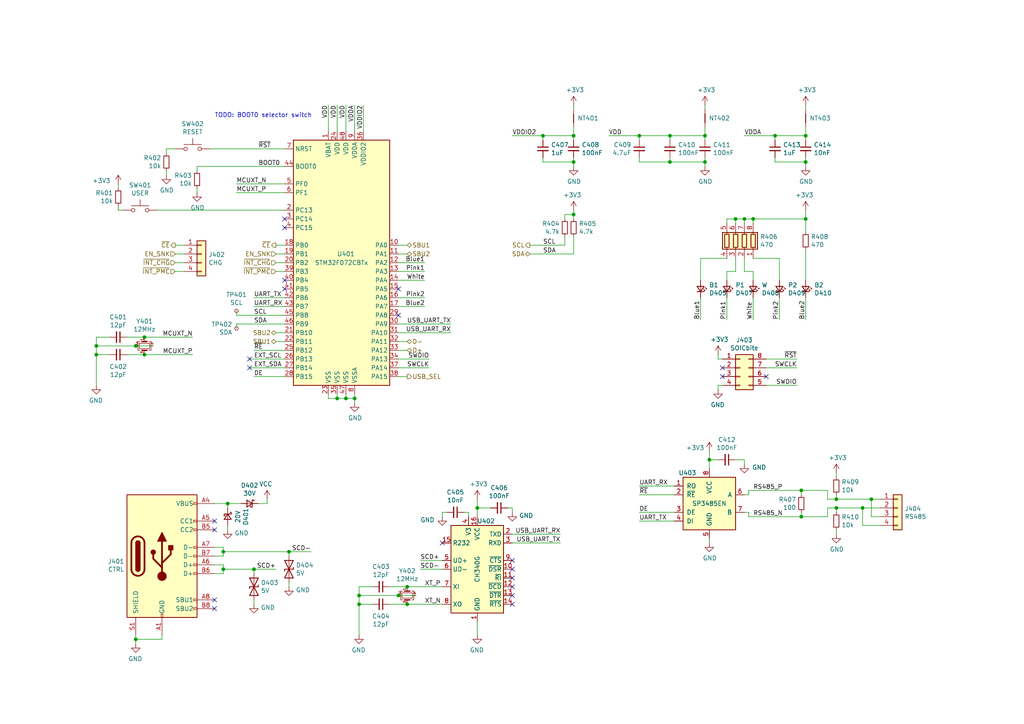
<source format=kicad_sch>
(kicad_sch (version 20230121) (generator eeschema)
  (paper "A4")
  (lib_symbols
    (symbol "Connector:TestPoint_Small" (pin_numbers hide) (pin_names (offset 0.762) hide)
      (property "Reference" "TP" (at 0 3.81 0))
      (property "Value" "TestPoint_Small" (at 0 2.032 0))
      (symbol "TestPoint_Small_1_1"
        (pin passive line (at 0 0 90) (length 0) (name "1") (number "1"))
      )
    )
    (symbol "Connector:USB_C_Receptacle_USB2.0" (pin_names (offset 1.016))
      (property "Reference" "J" (at -10.16 19.05 0))
      (property "Value" "USB_C_Receptacle_USB2.0" (at 19.05 19.05 0))
      (symbol "USB_C_Receptacle_USB2.0_1_1"
        (pin passive line (at 0 -22.86 90) (length 5.08) (name "GND") (number "A1"))
        (pin passive line (at 0 -22.86 90) (length 5.08) hide (name "GND") (number "A12"))
        (pin passive line (at 15.24 15.24 180) (length 5.08) (name "VBUS") (number "A4"))
        (pin bidirectional line (at 15.24 10.16 180) (length 5.08) (name "CC1") (number "A5"))
        (pin bidirectional line (at 15.24 -2.54 180) (length 5.08) (name "D+") (number "A6"))
        (pin bidirectional line (at 15.24 2.54 180) (length 5.08) (name "D-") (number "A7"))
        (pin bidirectional line (at 15.24 -12.7 180) (length 5.08) (name "SBU1") (number "A8"))
        (pin passive line (at 15.24 15.24 180) (length 5.08) hide (name "VBUS") (number "A9"))
        (pin passive line (at 0 -22.86 90) (length 5.08) hide (name "GND") (number "B1"))
        (pin passive line (at 0 -22.86 90) (length 5.08) hide (name "GND") (number "B12"))
        (pin passive line (at 15.24 15.24 180) (length 5.08) hide (name "VBUS") (number "B4"))
        (pin bidirectional line (at 15.24 7.62 180) (length 5.08) (name "CC2") (number "B5"))
        (pin bidirectional line (at 15.24 -5.08 180) (length 5.08) (name "D+") (number "B6"))
        (pin bidirectional line (at 15.24 0 180) (length 5.08) (name "D-") (number "B7"))
        (pin bidirectional line (at 15.24 -15.24 180) (length 5.08) (name "SBU2") (number "B8"))
        (pin passive line (at 15.24 15.24 180) (length 5.08) hide (name "VBUS") (number "B9"))
        (pin passive line (at -7.62 -22.86 90) (length 5.08) (name "SHIELD") (number "S1"))
      )
    )
    (symbol "Connector_Generic:Conn_01x04" (pin_names (offset 1.016) hide)
      (property "Reference" "J" (at 0 5.08 0))
      (property "Value" "Conn_01x04" (at 0 -7.62 0))
      (symbol "Conn_01x04_1_1"
        (pin passive line (at -5.08 2.54 0) (length 3.81) (name "Pin_1") (number "1"))
        (pin passive line (at -5.08 0 0) (length 3.81) (name "Pin_2") (number "2"))
        (pin passive line (at -5.08 -2.54 0) (length 3.81) (name "Pin_3") (number "3"))
        (pin passive line (at -5.08 -5.08 0) (length 3.81) (name "Pin_4") (number "4"))
      )
    )
    (symbol "Connector_Generic:Conn_02x04_Counter_Clockwise" (pin_names (offset 1.016) hide)
      (property "Reference" "J" (at 1.27 5.08 0))
      (property "Value" "Conn_02x04_Counter_Clockwise" (at 1.27 -7.62 0))
      (symbol "Conn_02x04_Counter_Clockwise_1_1"
        (pin passive line (at -5.08 2.54 0) (length 3.81) (name "Pin_1") (number "1"))
        (pin passive line (at -5.08 0 0) (length 3.81) (name "Pin_2") (number "2"))
        (pin passive line (at -5.08 -2.54 0) (length 3.81) (name "Pin_3") (number "3"))
        (pin passive line (at -5.08 -5.08 0) (length 3.81) (name "Pin_4") (number "4"))
        (pin passive line (at 7.62 -5.08 180) (length 3.81) (name "Pin_5") (number "5"))
        (pin passive line (at 7.62 -2.54 180) (length 3.81) (name "Pin_6") (number "6"))
        (pin passive line (at 7.62 0 180) (length 3.81) (name "Pin_7") (number "7"))
        (pin passive line (at 7.62 2.54 180) (length 3.81) (name "Pin_8") (number "8"))
      )
    )
    (symbol "Device:C_Small" (pin_numbers hide) (pin_names (offset 0.254) hide)
      (property "Reference" "C" (at 0.254 1.778 0))
      (property "Value" "C_Small" (at 0.254 -2.032 0))
      (symbol "C_Small_1_1"
        (pin passive line (at 0 2.54 270) (length 2.032) (name "~") (number "1"))
        (pin passive line (at 0 -2.54 90) (length 2.032) (name "~") (number "2"))
      )
    )
    (symbol "Device:Crystal_GND24_Small" (pin_names (offset 1.016) hide)
      (property "Reference" "Y" (at 1.27 4.445 0))
      (property "Value" "Crystal_GND24_Small" (at 1.27 2.54 0))
      (symbol "Crystal_GND24_Small_1_1"
        (pin passive line (at -2.54 0 0) (length 1.27) (name "1") (number "1"))
        (pin passive line (at 0 -2.54 90) (length 0.635) (name "2") (number "2"))
        (pin passive line (at 2.54 0 180) (length 1.27) (name "3") (number "3"))
        (pin passive line (at 0 2.54 270) (length 0.635) (name "4") (number "4"))
      )
    )
    (symbol "Device:D_Schottky_Small" (pin_numbers hide) (pin_names (offset 0.254) hide)
      (property "Reference" "D" (at -1.27 2.032 0))
      (property "Value" "D_Schottky_Small" (at -7.112 -2.032 0))
      (symbol "D_Schottky_Small_1_1"
        (pin passive line (at -2.54 0 0) (length 1.778) (name "K") (number "1"))
        (pin passive line (at 2.54 0 180) (length 1.778) (name "A") (number "2"))
      )
    )
    (symbol "Device:D_TVS" (pin_numbers hide) (pin_names (offset 1.016) hide)
      (property "Reference" "D" (at 0 2.54 0))
      (property "Value" "D_TVS" (at 0 -2.54 0))
      (symbol "D_TVS_1_1"
        (pin passive line (at -3.81 0 0) (length 2.54) (name "A1") (number "1"))
        (pin passive line (at 3.81 0 180) (length 2.54) (name "A2") (number "2"))
      )
    )
    (symbol "Device:LED_Small" (pin_numbers hide) (pin_names (offset 0.254) hide)
      (property "Reference" "D" (at -1.27 3.175 0))
      (property "Value" "LED_Small" (at -4.445 -2.54 0))
      (symbol "LED_Small_1_1"
        (pin passive line (at -2.54 0 0) (length 1.778) (name "K") (number "1"))
        (pin passive line (at 2.54 0 180) (length 1.778) (name "A") (number "2"))
      )
    )
    (symbol "Device:NetTie_2" (pin_numbers hide) (pin_names (offset 0) hide)
      (property "Reference" "NT" (at 0 1.27 0))
      (property "Value" "NetTie_2" (at 0 -1.27 0))
      (symbol "NetTie_2_1_1"
        (pin passive line (at -2.54 0 0) (length 2.54) (name "1") (number "1"))
        (pin passive line (at 2.54 0 180) (length 2.54) (name "2") (number "2"))
      )
    )
    (symbol "Device:R_Pack04" (pin_names (offset 0) hide)
      (property "Reference" "RN" (at -7.62 0 90))
      (property "Value" "R_Pack04" (at 5.08 0 90))
      (symbol "R_Pack04_1_1"
        (pin passive line (at -5.08 -5.08 90) (length 2.54) (name "R1.1") (number "1"))
        (pin passive line (at -2.54 -5.08 90) (length 2.54) (name "R2.1") (number "2"))
        (pin passive line (at 0 -5.08 90) (length 2.54) (name "R3.1") (number "3"))
        (pin passive line (at 2.54 -5.08 90) (length 2.54) (name "R4.1") (number "4"))
        (pin passive line (at 2.54 5.08 270) (length 2.54) (name "R4.2") (number "5"))
        (pin passive line (at 0 5.08 270) (length 2.54) (name "R3.2") (number "6"))
        (pin passive line (at -2.54 5.08 270) (length 2.54) (name "R2.2") (number "7"))
        (pin passive line (at -5.08 5.08 270) (length 2.54) (name "R1.2") (number "8"))
      )
    )
    (symbol "Device:R_Small" (pin_numbers hide) (pin_names (offset 0.254) hide)
      (property "Reference" "R" (at 0.762 0.508 0))
      (property "Value" "R_Small" (at 0.762 -1.016 0))
      (symbol "R_Small_1_1"
        (pin passive line (at 0 2.54 270) (length 0.762) (name "~") (number "1"))
        (pin passive line (at 0 -2.54 90) (length 0.762) (name "~") (number "2"))
      )
    )
    (symbol "Interface_UART:SP3485EN" (pin_names (offset 1.016))
      (property "Reference" "U" (at -7.62 8.89 0))
      (property "Value" "SP3485EN" (at 2.54 8.89 0))
      (symbol "SP3485EN_1_1"
        (pin output line (at -10.16 5.08 0) (length 2.54) (name "RO") (number "1"))
        (pin input line (at -10.16 2.54 0) (length 2.54) (name "~{RE}") (number "2"))
        (pin input line (at -10.16 -2.54 0) (length 2.54) (name "DE") (number "3"))
        (pin input line (at -10.16 -5.08 0) (length 2.54) (name "DI") (number "4"))
        (pin power_in line (at 0 -10.16 90) (length 2.54) (name "GND") (number "5"))
        (pin bidirectional line (at 10.16 2.54 180) (length 2.54) (name "A") (number "6"))
        (pin bidirectional line (at 10.16 -2.54 180) (length 2.54) (name "B") (number "7"))
        (pin power_in line (at 0 10.16 270) (length 2.54) (name "VCC") (number "8"))
      )
    )
    (symbol "Interface_USB:CH340G"
      (property "Reference" "U" (at -5.08 13.97 0))
      (property "Value" "CH340G" (at 1.27 13.97 0))
      (symbol "CH340G_1_1"
        (pin power_in line (at 0 -15.24 90) (length 2.54) (name "GND") (number "1"))
        (pin input line (at 10.16 0 180) (length 2.54) (name "~{DSR}") (number "10"))
        (pin input line (at 10.16 -2.54 180) (length 2.54) (name "~{RI}") (number "11"))
        (pin input line (at 10.16 -5.08 180) (length 2.54) (name "~{DCD}") (number "12"))
        (pin output line (at 10.16 -7.62 180) (length 2.54) (name "~{DTR}") (number "13"))
        (pin output line (at 10.16 -10.16 180) (length 2.54) (name "~{RTS}") (number "14"))
        (pin input line (at -10.16 7.62 0) (length 2.54) (name "R232") (number "15"))
        (pin power_in line (at 0 15.24 270) (length 2.54) (name "VCC") (number "16"))
        (pin output line (at 10.16 10.16 180) (length 2.54) (name "TXD") (number "2"))
        (pin input line (at 10.16 7.62 180) (length 2.54) (name "RXD") (number "3"))
        (pin passive line (at -2.54 15.24 270) (length 2.54) (name "V3") (number "4"))
        (pin bidirectional line (at -10.16 2.54 0) (length 2.54) (name "UD+") (number "5"))
        (pin bidirectional line (at -10.16 0 0) (length 2.54) (name "UD-") (number "6"))
        (pin input line (at -10.16 -5.08 0) (length 2.54) (name "XI") (number "7"))
        (pin output line (at -10.16 -10.16 0) (length 2.54) (name "XO") (number "8"))
        (pin input line (at 10.16 2.54 180) (length 2.54) (name "~{CTS}") (number "9"))
      )
    )
    (symbol "MCU_ST_STM32F0:STM32F072CBTx"
      (property "Reference" "U" (at -15.24 36.83 0))
      (property "Value" "STM32F072CBTx" (at 7.62 36.83 0))
      (symbol "STM32F072CBTx_1_1"
        (pin power_in line (at -5.08 38.1 270) (length 2.54) (name "VBAT") (number "1"))
        (pin bidirectional line (at 15.24 5.08 180) (length 2.54) (name "PA0") (number "10"))
        (pin bidirectional line (at 15.24 2.54 180) (length 2.54) (name "PA1") (number "11"))
        (pin bidirectional line (at 15.24 0 180) (length 2.54) (name "PA2") (number "12"))
        (pin bidirectional line (at 15.24 -2.54 180) (length 2.54) (name "PA3") (number "13"))
        (pin bidirectional line (at 15.24 -5.08 180) (length 2.54) (name "PA4") (number "14"))
        (pin bidirectional line (at 15.24 -7.62 180) (length 2.54) (name "PA5") (number "15"))
        (pin bidirectional line (at 15.24 -10.16 180) (length 2.54) (name "PA6") (number "16"))
        (pin bidirectional line (at 15.24 -12.7 180) (length 2.54) (name "PA7") (number "17"))
        (pin bidirectional line (at -17.78 5.08 0) (length 2.54) (name "PB0") (number "18"))
        (pin bidirectional line (at -17.78 2.54 0) (length 2.54) (name "PB1") (number "19"))
        (pin bidirectional line (at -17.78 15.24 0) (length 2.54) (name "PC13") (number "2"))
        (pin bidirectional line (at -17.78 0 0) (length 2.54) (name "PB2") (number "20"))
        (pin bidirectional line (at -17.78 -20.32 0) (length 2.54) (name "PB10") (number "21"))
        (pin bidirectional line (at -17.78 -22.86 0) (length 2.54) (name "PB11") (number "22"))
        (pin power_in line (at -5.08 -38.1 90) (length 2.54) (name "VSS") (number "23"))
        (pin power_in line (at -2.54 38.1 270) (length 2.54) (name "VDD") (number "24"))
        (pin bidirectional line (at -17.78 -25.4 0) (length 2.54) (name "PB12") (number "25"))
        (pin bidirectional line (at -17.78 -27.94 0) (length 2.54) (name "PB13") (number "26"))
        (pin bidirectional line (at -17.78 -30.48 0) (length 2.54) (name "PB14") (number "27"))
        (pin bidirectional line (at -17.78 -33.02 0) (length 2.54) (name "PB15") (number "28"))
        (pin bidirectional line (at 15.24 -15.24 180) (length 2.54) (name "PA8") (number "29"))
        (pin bidirectional line (at -17.78 12.7 0) (length 2.54) (name "PC14") (number "3"))
        (pin bidirectional line (at 15.24 -17.78 180) (length 2.54) (name "PA9") (number "30"))
        (pin bidirectional line (at 15.24 -20.32 180) (length 2.54) (name "PA10") (number "31"))
        (pin bidirectional line (at 15.24 -22.86 180) (length 2.54) (name "PA11") (number "32"))
        (pin bidirectional line (at 15.24 -25.4 180) (length 2.54) (name "PA12") (number "33"))
        (pin bidirectional line (at 15.24 -27.94 180) (length 2.54) (name "PA13") (number "34"))
        (pin power_in line (at -2.54 -38.1 90) (length 2.54) (name "VSS") (number "35"))
        (pin power_in line (at 5.08 38.1 270) (length 2.54) (name "VDDIO2") (number "36"))
        (pin bidirectional line (at 15.24 -30.48 180) (length 2.54) (name "PA14") (number "37"))
        (pin bidirectional line (at 15.24 -33.02 180) (length 2.54) (name "PA15") (number "38"))
        (pin bidirectional line (at -17.78 -2.54 0) (length 2.54) (name "PB3") (number "39"))
        (pin bidirectional line (at -17.78 10.16 0) (length 2.54) (name "PC15") (number "4"))
        (pin bidirectional line (at -17.78 -5.08 0) (length 2.54) (name "PB4") (number "40"))
        (pin bidirectional line (at -17.78 -7.62 0) (length 2.54) (name "PB5") (number "41"))
        (pin bidirectional line (at -17.78 -10.16 0) (length 2.54) (name "PB6") (number "42"))
        (pin bidirectional line (at -17.78 -12.7 0) (length 2.54) (name "PB7") (number "43"))
        (pin input line (at -17.78 27.94 0) (length 2.54) (name "BOOT0") (number "44"))
        (pin bidirectional line (at -17.78 -15.24 0) (length 2.54) (name "PB8") (number "45"))
        (pin bidirectional line (at -17.78 -17.78 0) (length 2.54) (name "PB9") (number "46"))
        (pin power_in line (at 0 -38.1 90) (length 2.54) (name "VSS") (number "47"))
        (pin power_in line (at 0 38.1 270) (length 2.54) (name "VDD") (number "48"))
        (pin input line (at -17.78 22.86 0) (length 2.54) (name "PF0") (number "5"))
        (pin input line (at -17.78 20.32 0) (length 2.54) (name "PF1") (number "6"))
        (pin input line (at -17.78 33.02 0) (length 2.54) (name "NRST") (number "7"))
        (pin power_in line (at 2.54 -38.1 90) (length 2.54) (name "VSSA") (number "8"))
        (pin power_in line (at 2.54 38.1 270) (length 2.54) (name "VDDA") (number "9"))
      )
    )
    (symbol "Switch:SW_Push" (pin_numbers hide) (pin_names (offset 1.016) hide)
      (property "Reference" "SW" (at 1.27 2.54 0))
      (property "Value" "SW_Push" (at 0 -1.524 0))
      (symbol "SW_Push_0_1"
        (pin passive line (at -5.08 0 0) (length 2.54) (name "1") (number "1"))
        (pin passive line (at 5.08 0 180) (length 2.54) (name "2") (number "2"))
      )
    )
    (symbol "power:+3V3" (power) (pin_names (offset 0))
      (property "Value" "+3V3" (at 0 3.556 0))
      (symbol "+3V3_1_1"
        (pin power_in line (at 0 0 90) (length 0) hide (name "+3V3") (number "1"))
      )
    )
    (symbol "power:GND" (power) (pin_names (offset 0))
      (property "Value" "GND" (at 0 -3.81 0))
      (symbol "GND_1_1"
        (pin power_in line (at 0 0 270) (length 0) hide (name "GND") (number "1"))
      )
    )
    (symbol "power:VCC" (power) (pin_names (offset 0))
      (property "Value" "VCC" (at 0 3.81 0))
      (symbol "VCC_1_1"
        (pin power_in line (at 0 0 90) (length 0) hide (name "VCC") (number "1"))
      )
    )
  )
  (junction (at 205.74 133.35))
  (junction (at 233.68 39.37))
  (junction (at 166.37 39.37))
  (junction (at 242.57 147.32))
  (junction (at 185.42 39.37))
  (junction (at 41.91 102.87))
  (junction (at 66.04 146.05))
  (junction (at 157.48 39.37))
  (junction (at 194.31 46.99))
  (junction (at 194.31 39.37))
  (junction (at 218.44 63.5))
  (junction (at 104.14 172.72))
  (junction (at 118.11 170.18))
  (junction (at 204.47 39.37))
  (junction (at 41.91 97.79))
  (junction (at 213.36 63.5))
  (junction (at 232.41 149.86))
  (junction (at 97.79 115.57))
  (junction (at 39.37 185.42))
  (junction (at 27.94 100.33))
  (junction (at 138.43 147.32))
  (junction (at 104.14 175.26))
  (junction (at 250.19 147.32))
  (junction (at 64.77 160.02))
  (junction (at 118.11 175.26))
  (junction (at 242.57 144.78))
  (junction (at 224.79 39.37))
  (junction (at 166.37 46.99))
  (junction (at 115.57 172.72))
  (junction (at 204.47 46.99))
  (junction (at 27.94 102.87))
  (junction (at 252.73 144.78))
  (junction (at 233.68 63.5))
  (junction (at 102.87 115.57))
  (junction (at 83.82 160.02))
  (junction (at 64.77 165.1))
  (junction (at 166.37 62.23))
  (junction (at 100.33 115.57))
  (junction (at 73.66 165.1))
  (junction (at 215.9 63.5))
  (junction (at 233.68 46.99))
  (junction (at 232.41 142.24))
  (junction (at 39.37 100.33))
  (no_connect (at 72.39 104.14))
  (no_connect (at 62.23 173.99))
  (no_connect (at 62.23 153.67))
  (no_connect (at 82.55 66.04))
  (no_connect (at 148.59 167.64))
  (no_connect (at 82.55 81.28))
  (no_connect (at 148.59 175.26))
  (no_connect (at 82.55 63.5))
  (no_connect (at 72.39 106.68))
  (no_connect (at 128.27 157.48))
  (no_connect (at 209.55 106.68))
  (no_connect (at 209.55 109.22))
  (no_connect (at 148.59 172.72))
  (no_connect (at 222.25 109.22))
  (no_connect (at 82.55 83.82))
  (no_connect (at 115.57 91.44))
  (no_connect (at 148.59 170.18))
  (no_connect (at 62.23 151.13))
  (no_connect (at 62.23 176.53))
  (no_connect (at 115.57 83.82))
  (no_connect (at 148.59 162.56))
  (no_connect (at 148.59 165.1))
  (wire (pts (xy 194.31 46.99) (xy 204.47 46.99)))
  (wire (pts (xy 194.31 45.72) (xy 194.31 46.99)))
  (wire (pts (xy 240.03 147.32) (xy 242.57 147.32)))
  (wire (pts (xy 82.55 55.88) (xy 68.58 55.88)))
  (wire (pts (xy 115.57 86.36) (xy 123.19 86.36)))
  (wire (pts (xy 62.23 163.83) (xy 64.77 163.83)))
  (wire (pts (xy 82.55 96.52) (xy 80.01 96.52)))
  (wire (pts (xy 157.48 39.37) (xy 148.59 39.37)))
  (wire (pts (xy 68.58 93.98) (xy 68.58 95.25)))
  (wire (pts (xy 218.44 63.5) (xy 233.68 63.5)))
  (wire (pts (xy 252.73 149.86) (xy 255.27 149.86)))
  (wire (pts (xy 95.25 115.57) (xy 95.25 114.3)))
  (wire (pts (xy 185.42 45.72) (xy 185.42 46.99)))
  (wire (pts (xy 34.29 53.34) (xy 34.29 54.61)))
  (wire (pts (xy 185.42 151.13) (xy 195.58 151.13)))
  (wire (pts (xy 113.03 170.18) (xy 118.11 170.18)))
  (wire (pts (xy 128.27 149.86) (xy 128.27 148.59)))
  (wire (pts (xy 210.82 86.36) (xy 210.82 92.71)))
  (wire (pts (xy 242.57 143.51) (xy 242.57 144.78)))
  (wire (pts (xy 115.57 78.74) (xy 123.19 78.74)))
  (wire (pts (xy 118.11 73.66) (xy 115.57 73.66)))
  (wire (pts (xy 203.2 74.93) (xy 203.2 81.28)))
  (wire (pts (xy 130.81 93.98) (xy 115.57 93.98)))
  (wire (pts (xy 138.43 147.32) (xy 138.43 149.86)))
  (wire (pts (xy 166.37 73.66) (xy 153.67 73.66)))
  (wire (pts (xy 124.46 106.68) (xy 115.57 106.68)))
  (wire (pts (xy 232.41 149.86) (xy 240.03 149.86)))
  (wire (pts (xy 213.36 133.35) (xy 215.9 133.35)))
  (wire (pts (xy 215.9 133.35) (xy 215.9 134.62)))
  (wire (pts (xy 66.04 146.05) (xy 62.23 146.05)))
  (wire (pts (xy 166.37 46.99) (xy 157.48 46.99)))
  (wire (pts (xy 166.37 45.72) (xy 166.37 46.99)))
  (wire (pts (xy 105.41 30.48) (xy 105.41 38.1)))
  (wire (pts (xy 210.82 78.74) (xy 213.36 78.74)))
  (wire (pts (xy 82.55 86.36) (xy 73.66 86.36)))
  (wire (pts (xy 73.66 165.1) (xy 73.66 166.37)))
  (wire (pts (xy 48.26 50.8) (xy 48.26 49.53)))
  (wire (pts (xy 95.25 30.48) (xy 95.25 38.1)))
  (wire (pts (xy 57.15 48.26) (xy 57.15 49.53)))
  (wire (pts (xy 104.14 172.72) (xy 104.14 175.26)))
  (wire (pts (xy 240.03 142.24) (xy 240.03 144.78)))
  (wire (pts (xy 48.26 44.45) (xy 48.26 43.18)))
  (wire (pts (xy 224.79 39.37) (xy 215.9 39.37)))
  (wire (pts (xy 222.25 111.76) (xy 231.14 111.76)))
  (wire (pts (xy 53.34 71.12) (xy 50.8 71.12)))
  (wire (pts (xy 226.06 74.93) (xy 226.06 81.28)))
  (wire (pts (xy 195.58 140.97) (xy 185.42 140.97)))
  (wire (pts (xy 62.23 158.75) (xy 64.77 158.75)))
  (wire (pts (xy 82.55 99.06) (xy 80.01 99.06)))
  (wire (pts (xy 72.39 106.68) (xy 82.55 106.68)))
  (wire (pts (xy 130.81 96.52) (xy 115.57 96.52)))
  (wire (pts (xy 233.68 63.5) (xy 233.68 67.31)))
  (wire (pts (xy 39.37 186.69) (xy 39.37 185.42)))
  (wire (pts (xy 252.73 144.78) (xy 252.73 149.86)))
  (wire (pts (xy 134.62 148.59) (xy 135.89 148.59)))
  (wire (pts (xy 166.37 30.48) (xy 166.37 31.75)))
  (wire (pts (xy 210.82 63.5) (xy 213.36 63.5)))
  (wire (pts (xy 121.92 165.1) (xy 128.27 165.1)))
  (wire (pts (xy 217.17 142.24) (xy 217.17 143.51)))
  (wire (pts (xy 73.66 165.1) (xy 80.01 165.1)))
  (wire (pts (xy 138.43 180.34) (xy 138.43 184.15)))
  (wire (pts (xy 233.68 46.99) (xy 224.79 46.99)))
  (wire (pts (xy 215.9 63.5) (xy 218.44 63.5)))
  (wire (pts (xy 242.57 137.16) (xy 242.57 138.43)))
  (wire (pts (xy 162.56 154.94) (xy 148.59 154.94)))
  (wire (pts (xy 204.47 39.37) (xy 204.47 36.83)))
  (wire (pts (xy 203.2 86.36) (xy 203.2 92.71)))
  (wire (pts (xy 128.27 148.59) (xy 129.54 148.59)))
  (wire (pts (xy 73.66 165.1) (xy 64.77 165.1)))
  (wire (pts (xy 163.83 71.12) (xy 163.83 68.58)))
  (wire (pts (xy 242.57 148.59) (xy 242.57 147.32)))
  (wire (pts (xy 224.79 46.99) (xy 224.79 45.72)))
  (wire (pts (xy 240.03 149.86) (xy 240.03 147.32)))
  (wire (pts (xy 185.42 39.37) (xy 185.42 40.64)))
  (wire (pts (xy 118.11 71.12) (xy 115.57 71.12)))
  (wire (pts (xy 34.29 59.69) (xy 34.29 60.96)))
  (wire (pts (xy 97.79 115.57) (xy 95.25 115.57)))
  (wire (pts (xy 213.36 64.77) (xy 213.36 63.5)))
  (wire (pts (xy 46.99 185.42) (xy 46.99 184.15)))
  (wire (pts (xy 157.48 39.37) (xy 157.48 40.64)))
  (wire (pts (xy 73.66 88.9) (xy 82.55 88.9)))
  (wire (pts (xy 232.41 143.51) (xy 232.41 142.24)))
  (wire (pts (xy 166.37 40.64) (xy 166.37 39.37)))
  (wire (pts (xy 218.44 86.36) (xy 218.44 92.71)))
  (wire (pts (xy 115.57 104.14) (xy 124.46 104.14)))
  (wire (pts (xy 64.77 166.37) (xy 62.23 166.37)))
  (wire (pts (xy 210.82 64.77) (xy 210.82 63.5)))
  (wire (pts (xy 185.42 148.59) (xy 195.58 148.59)))
  (wire (pts (xy 66.04 153.67) (xy 66.04 152.4)))
  (wire (pts (xy 73.66 109.22) (xy 82.55 109.22)))
  (wire (pts (xy 232.41 142.24) (xy 217.17 142.24)))
  (wire (pts (xy 166.37 62.23) (xy 163.83 62.23)))
  (wire (pts (xy 82.55 60.96) (xy 45.72 60.96)))
  (wire (pts (xy 82.55 78.74) (xy 80.01 78.74)))
  (wire (pts (xy 166.37 36.83) (xy 166.37 39.37)))
  (wire (pts (xy 224.79 39.37) (xy 224.79 40.64)))
  (wire (pts (xy 104.14 175.26) (xy 107.95 175.26)))
  (wire (pts (xy 64.77 165.1) (xy 64.77 166.37)))
  (wire (pts (xy 195.58 143.51) (xy 185.42 143.51)))
  (wire (pts (xy 41.91 102.87) (xy 55.88 102.87)))
  (wire (pts (xy 215.9 78.74) (xy 218.44 78.74)))
  (wire (pts (xy 31.75 97.79) (xy 27.94 97.79)))
  (wire (pts (xy 36.83 102.87) (xy 41.91 102.87)))
  (wire (pts (xy 210.82 81.28) (xy 210.82 78.74)))
  (wire (pts (xy 194.31 39.37) (xy 185.42 39.37)))
  (wire (pts (xy 83.82 160.02) (xy 83.82 161.29)))
  (wire (pts (xy 115.57 172.72) (xy 120.65 172.72)))
  (wire (pts (xy 218.44 81.28) (xy 218.44 78.74)))
  (wire (pts (xy 204.47 39.37) (xy 204.47 40.64)))
  (wire (pts (xy 233.68 46.99) (xy 233.68 48.26)))
  (wire (pts (xy 34.29 60.96) (xy 35.56 60.96)))
  (wire (pts (xy 147.32 147.32) (xy 148.59 147.32)))
  (wire (pts (xy 205.74 130.81) (xy 205.74 133.35)))
  (wire (pts (xy 242.57 154.94) (xy 242.57 153.67)))
  (wire (pts (xy 27.94 102.87) (xy 27.94 111.76)))
  (wire (pts (xy 231.14 104.14) (xy 222.25 104.14)))
  (wire (pts (xy 100.33 30.48) (xy 100.33 38.1)))
  (wire (pts (xy 166.37 62.23) (xy 166.37 60.96)))
  (wire (pts (xy 194.31 40.64) (xy 194.31 39.37)))
  (wire (pts (xy 123.19 81.28) (xy 115.57 81.28)))
  (wire (pts (xy 185.42 39.37) (xy 176.53 39.37)))
  (wire (pts (xy 123.19 76.2) (xy 115.57 76.2)))
  (wire (pts (xy 233.68 45.72) (xy 233.68 46.99)))
  (wire (pts (xy 113.03 175.26) (xy 118.11 175.26)))
  (wire (pts (xy 204.47 46.99) (xy 204.47 48.26)))
  (wire (pts (xy 205.74 133.35) (xy 205.74 135.89)))
  (wire (pts (xy 69.85 146.05) (xy 66.04 146.05)))
  (wire (pts (xy 194.31 39.37) (xy 204.47 39.37)))
  (wire (pts (xy 135.89 148.59) (xy 135.89 149.86)))
  (wire (pts (xy 203.2 74.93) (xy 210.82 74.93)))
  (wire (pts (xy 166.37 62.23) (xy 166.37 63.5)))
  (wire (pts (xy 102.87 115.57) (xy 100.33 115.57)))
  (wire (pts (xy 104.14 170.18) (xy 104.14 172.72)))
  (wire (pts (xy 80.01 76.2) (xy 82.55 76.2)))
  (wire (pts (xy 27.94 100.33) (xy 39.37 100.33)))
  (wire (pts (xy 53.34 78.74) (xy 50.8 78.74)))
  (wire (pts (xy 100.33 115.57) (xy 97.79 115.57)))
  (wire (pts (xy 213.36 63.5) (xy 215.9 63.5)))
  (wire (pts (xy 233.68 30.48) (xy 233.68 31.75)))
  (wire (pts (xy 36.83 97.79) (xy 41.91 97.79)))
  (wire (pts (xy 218.44 64.77) (xy 218.44 63.5)))
  (wire (pts (xy 102.87 115.57) (xy 102.87 114.3)))
  (wire (pts (xy 166.37 68.58) (xy 166.37 73.66)))
  (wire (pts (xy 80.01 71.12) (xy 82.55 71.12)))
  (wire (pts (xy 72.39 104.14) (xy 82.55 104.14)))
  (wire (pts (xy 250.19 147.32) (xy 255.27 147.32)))
  (wire (pts (xy 97.79 114.3) (xy 97.79 115.57)))
  (wire (pts (xy 233.68 36.83) (xy 233.68 39.37)))
  (wire (pts (xy 242.57 144.78) (xy 252.73 144.78)))
  (wire (pts (xy 41.91 97.79) (xy 55.88 97.79)))
  (wire (pts (xy 73.66 175.26) (xy 73.66 173.99)))
  (wire (pts (xy 82.55 73.66) (xy 80.01 73.66)))
  (wire (pts (xy 107.95 170.18) (xy 104.14 170.18)))
  (wire (pts (xy 148.59 157.48) (xy 162.56 157.48)))
  (wire (pts (xy 217.17 149.86) (xy 232.41 149.86)))
  (wire (pts (xy 218.44 74.93) (xy 226.06 74.93)))
  (wire (pts (xy 46.99 185.42) (xy 39.37 185.42)))
  (wire (pts (xy 102.87 116.84) (xy 102.87 115.57)))
  (wire (pts (xy 115.57 101.6) (xy 118.11 101.6)))
  (wire (pts (xy 27.94 102.87) (xy 31.75 102.87)))
  (wire (pts (xy 157.48 46.99) (xy 157.48 45.72)))
  (wire (pts (xy 185.42 46.99) (xy 194.31 46.99)))
  (wire (pts (xy 60.96 43.18) (xy 82.55 43.18)))
  (wire (pts (xy 205.74 156.21) (xy 205.74 157.48)))
  (wire (pts (xy 118.11 99.06) (xy 115.57 99.06)))
  (wire (pts (xy 82.55 101.6) (xy 73.66 101.6)))
  (wire (pts (xy 68.58 91.44) (xy 82.55 91.44)))
  (wire (pts (xy 83.82 160.02) (xy 90.17 160.02)))
  (wire (pts (xy 68.58 91.44) (xy 68.58 90.17)))
  (wire (pts (xy 77.47 144.78) (xy 77.47 146.05)))
  (wire (pts (xy 64.77 160.02) (xy 64.77 161.29)))
  (wire (pts (xy 163.83 62.23) (xy 163.83 63.5)))
  (wire (pts (xy 205.74 133.35) (xy 208.28 133.35)))
  (wire (pts (xy 68.58 53.34) (xy 82.55 53.34)))
  (wire (pts (xy 250.19 147.32) (xy 250.19 152.4)))
  (wire (pts (xy 215.9 64.77) (xy 215.9 63.5)))
  (wire (pts (xy 233.68 60.96) (xy 233.68 63.5)))
  (wire (pts (xy 118.11 170.18) (xy 128.27 170.18)))
  (wire (pts (xy 118.11 109.22) (xy 115.57 109.22)))
  (wire (pts (xy 242.57 147.32) (xy 250.19 147.32)))
  (wire (pts (xy 104.14 172.72) (xy 115.57 172.72)))
  (wire (pts (xy 66.04 147.32) (xy 66.04 146.05)))
  (wire (pts (xy 217.17 149.86) (xy 217.17 148.59)))
  (wire (pts (xy 138.43 144.78) (xy 138.43 147.32)))
  (wire (pts (xy 50.8 76.2) (xy 53.34 76.2)))
  (wire (pts (xy 27.94 100.33) (xy 27.94 102.87)))
  (wire (pts (xy 250.19 152.4) (xy 255.27 152.4)))
  (wire (pts (xy 166.37 39.37) (xy 157.48 39.37)))
  (wire (pts (xy 252.73 144.78) (xy 255.27 144.78)))
  (wire (pts (xy 217.17 148.59) (xy 215.9 148.59)))
  (wire (pts (xy 39.37 100.33) (xy 44.45 100.33)))
  (wire (pts (xy 233.68 81.28) (xy 233.68 72.39)))
  (wire (pts (xy 208.28 111.76) (xy 208.28 113.03)))
  (wire (pts (xy 104.14 175.26) (xy 104.14 184.15)))
  (wire (pts (xy 208.28 102.87) (xy 208.28 104.14)))
  (wire (pts (xy 100.33 114.3) (xy 100.33 115.57)))
  (wire (pts (xy 57.15 55.88) (xy 57.15 54.61)))
  (wire (pts (xy 233.68 86.36) (xy 233.68 92.71)))
  (wire (pts (xy 215.9 74.93) (xy 215.9 78.74)))
  (wire (pts (xy 232.41 142.24) (xy 240.03 142.24)))
  (wire (pts (xy 64.77 158.75) (xy 64.77 160.02)))
  (wire (pts (xy 226.06 86.36) (xy 226.06 92.71)))
  (wire (pts (xy 123.19 88.9) (xy 115.57 88.9)))
  (wire (pts (xy 153.67 71.12) (xy 163.83 71.12)))
  (wire (pts (xy 39.37 185.42) (xy 39.37 184.15)))
  (wire (pts (xy 142.24 147.32) (xy 138.43 147.32)))
  (wire (pts (xy 97.79 30.48) (xy 97.79 38.1)))
  (wire (pts (xy 204.47 45.72) (xy 204.47 46.99)))
  (wire (pts (xy 213.36 78.74) (xy 213.36 74.93)))
  (wire (pts (xy 77.47 146.05) (xy 74.93 146.05)))
  (wire (pts (xy 27.94 97.79) (xy 27.94 100.33)))
  (wire (pts (xy 128.27 162.56) (xy 121.92 162.56)))
  (wire (pts (xy 233.68 40.64) (xy 233.68 39.37)))
  (wire (pts (xy 240.03 144.78) (xy 242.57 144.78)))
  (wire (pts (xy 64.77 163.83) (xy 64.77 165.1)))
  (wire (pts (xy 48.26 43.18) (xy 50.8 43.18)))
  (wire (pts (xy 233.68 39.37) (xy 224.79 39.37)))
  (wire (pts (xy 231.14 106.68) (xy 222.25 106.68)))
  (wire (pts (xy 232.41 149.86) (xy 232.41 148.59)))
  (wire (pts (xy 102.87 30.48) (xy 102.87 38.1)))
  (wire (pts (xy 57.15 48.26) (xy 82.55 48.26)))
  (wire (pts (xy 208.28 104.14) (xy 209.55 104.14)))
  (wire (pts (xy 53.34 73.66) (xy 50.8 73.66)))
  (wire (pts (xy 148.59 147.32) (xy 148.59 148.59)))
  (wire (pts (xy 209.55 111.76) (xy 208.28 111.76)))
  (wire (pts (xy 83.82 160.02) (xy 64.77 160.02)))
  (wire (pts (xy 64.77 161.29) (xy 62.23 161.29)))
  (wire (pts (xy 166.37 46.99) (xy 166.37 48.26)))
  (wire (pts (xy 68.58 93.98) (xy 82.55 93.98)))
  (wire (pts (xy 118.11 175.26) (xy 128.27 175.26)))
  (wire (pts (xy 204.47 31.75) (xy 204.47 30.48)))
  (wire (pts (xy 217.17 143.51) (xy 215.9 143.51)))
  (wire (pts (xy 83.82 170.18) (xy 83.82 168.91)))
  (text "TODO: BOOT0 selector switch" (at 62.23 34.29 0) (effects (font (size 1.27 1.27)) (justify left bottom)))
  (label "SCD-" (at 121.92 165.1 0))
  (label "DE" (at 185.42 148.59 0))
  (label "VDDIO2" (at 105.41 30.48 270))
  (label "Pink1" (at 123.19 78.74 180))
  (label "~{RE}" (at 185.42 143.51 0))
  (label "USB_UART_TX" (at 130.81 93.98 180))
  (label "VDDIO2" (at 148.59 39.37 0))
  (label "SWDIO" (at 231.14 111.76 180))
  (label "SCD-" (at 90.17 160.02 180))
  (label "~{RE}" (at 73.66 101.6 0))
  (label "DE" (at 73.66 109.22 0))
  (label "SWDIO" (at 124.46 104.14 180))
  (label "White" (at 218.44 92.71 90))
  (label "SCD+" (at 80.01 165.1 180))
  (label "~{RST}" (at 231.14 104.14 180))
  (label "VDDA" (at 102.87 30.48 270))
  (label "MCUXT_N" (at 55.88 97.79 180))
  (label "VDD" (at 100.33 30.48 270))
  (label "VDD" (at 95.25 30.48 270))
  (label "Pink2" (at 123.19 86.36 180))
  (label "White" (at 123.19 81.28 180))
  (label "UART_RX" (at 73.66 88.9 0))
  (label "XT_N" (at 123.19 175.26 0))
  (label "USB_UART_RX" (at 162.56 154.94 180))
  (label "USB_UART_RX" (at 130.81 96.52 180))
  (label "MCUXT_N" (at 68.58 53.34 0))
  (label "VDDA" (at 215.9 39.37 0))
  (label "VDD" (at 176.53 39.37 0))
  (label "MCUXT_P" (at 68.58 55.88 0))
  (label "USB_UART_TX" (at 162.56 157.48 180))
  (label "SCL" (at 73.66 91.44 0))
  (label "RS485_N" (at 218.44 149.86 0))
  (label "Blue1" (at 203.2 92.71 90))
  (label "RS485_P" (at 218.44 142.24 0))
  (label "SWCLK" (at 231.14 106.68 180))
  (label "MCUXT_P" (at 55.88 102.87 180))
  (label "SCL" (at 157.48 71.12 0))
  (label "SDA" (at 73.66 93.98 0))
  (label "VDD" (at 97.79 30.48 270))
  (label "XT_P" (at 123.19 170.18 0))
  (label "Blue2" (at 123.19 88.9 180))
  (label "Pink2" (at 226.06 92.71 90))
  (label "EXT_SDA" (at 73.66 106.68 0))
  (label "SCD+" (at 121.92 162.56 0))
  (label "UART_TX" (at 73.66 86.36 0))
  (label "Blue1" (at 123.19 76.2 180))
  (label "BOOT0" (at 74.93 48.26 0))
  (label "SDA" (at 157.48 73.66 0))
  (label "EXT_SCL" (at 73.66 104.14 0))
  (label "Blue2" (at 233.68 92.71 90))
  (label "SWCLK" (at 124.46 106.68 180))
  (label "~{RST}" (at 74.93 43.18 0))
  (label "UART_TX" (at 185.42 151.13 0))
  (label "UART_RX" (at 185.42 140.97 0))
  (label "Pink1" (at 210.82 92.71 90))
  (hierarchical_label "SBU1" (shape bidirectional) (at 80.01 99.06 180))
  (hierarchical_label "D+" (shape bidirectional) (at 118.11 101.6 0))
  (hierarchical_label "EN_SNK" (shape input) (at 50.8 73.66 180))
  (hierarchical_label "SCL" (shape output) (at 153.67 71.12 180))
  (hierarchical_label "D-" (shape bidirectional) (at 118.11 99.06 0))
  (hierarchical_label "~{CE}" (shape output) (at 50.8 71.12 180))
  (hierarchical_label "~{INT_CHG}" (shape input) (at 50.8 76.2 180))
  (hierarchical_label "~{INT_CHG}" (shape input) (at 80.01 76.2 180))
  (hierarchical_label "SBU2" (shape bidirectional) (at 80.01 96.52 180))
  (hierarchical_label "~{INT_PMC}" (shape input) (at 50.8 78.74 180))
  (hierarchical_label "USB_SEL" (shape output) (at 118.11 109.22 0))
  (hierarchical_label "EN_SNK" (shape input) (at 80.01 73.66 180))
  (hierarchical_label "SDA" (shape bidirectional) (at 153.67 73.66 180))
  (hierarchical_label "~{CE}" (shape output) (at 80.01 71.12 180))
  (hierarchical_label "~{INT_PMC}" (shape input) (at 80.01 78.74 180))
  (hierarchical_label "SBU2" (shape bidirectional) (at 118.11 73.66 0))
  (hierarchical_label "SBU1" (shape bidirectional) (at 118.11 71.12 0))
  (symbol (lib_id "Device:D_TVS") (at 83.82 165.1 90) (mirror x) (unit 1)
    (property "Reference" "D404" (at 85.8266 163.9316 90) (effects (justify right)))
    (property "Value" "5V" (at 85.8266 166.243 90) (effects (justify right)))
    (property "Footprint" "Diode_SMD:D_SOD-523" (effects hide))
    (property "Datasheet" "https://datasheet.lcsc.com/szlcsc/ON-Semicon-ON-ESD5Z3-3T1G_C61148.pdf" (effects hide))
    (property "JLC" "SOD-523" (effects hide))
    (property "LCSC" "C61148" (effects hide))
    (property "MPN" "ESD5Z3.3T1G" (effects hide))
  )
  (symbol (lib_id "Device:R_Small") (at 242.57 140.97 0) (mirror y) (unit 1)
    (property "Reference" "R409" (at 244.0686 139.8016 0) (effects (justify right)))
    (property "Value" "10k" (at 244.0686 142.113 0) (effects (justify right)))
    (property "Footprint" "Resistor_SMD:R_0603_1608Metric" (effects hide))
    (property "JLC" "0603" (effects hide))
    (property "LCSC" "C25804" (effects hide))
  )
  (symbol (lib_id "power:GND") (at 83.82 170.18 0) (mirror y) (unit 1)
    (property "Reference" "#PWR0409" (effects hide))
    (property "Value" "GND" (at 85.8012 171.1198 0) (effects (justify right)))
  )
  (symbol (lib_id "power:GND") (at 73.66 175.26 0) (mirror y) (unit 1)
    (property "Reference" "#PWR0407" (effects hide))
    (property "Value" "GND" (at 75.6412 176.1998 0) (effects (justify right)))
  )
  (symbol (lib_id "power:+3V3") (at 242.57 137.16 0) (unit 1)
    (property "Reference" "#PWR0429" (effects hide))
    (property "Value" "+3V3" (at 242.951 132.7658 0))
  )
  (symbol (lib_id "Device:LED_Small") (at 226.06 83.82 270) (mirror x) (unit 1)
    (property "Reference" "D409" (at 228.5492 84.9884 90) (effects (justify left)))
    (property "Value" "P2" (at 228.5492 82.677 90) (effects (justify left)))
    (property "Footprint" "LED_SMD:LED_0603_1608Metric_Castellated" (effects hide))
    (property "Datasheet" "http://www.optosupply.com/uppic/2020612269254.pdf" (effects hide))
    (property "MPN" "OSK40603C1E" (effects hide))
  )
  (symbol (lib_id "Device:LED_Small") (at 233.68 83.82 270) (mirror x) (unit 1)
    (property "Reference" "D410" (at 236.1692 84.9884 90) (effects (justify left)))
    (property "Value" "B2" (at 236.1692 82.677 90) (effects (justify left)))
    (property "Footprint" "LED_SMD:LED_0603_1608Metric_Castellated" (effects hide))
    (property "Datasheet" "http://www.optosupply.com/uppic/2020612869451.pdf" (effects hide))
    (property "MPN" "OSB60603C1E" (effects hide))
  )
  (symbol (lib_id "power:+3V3") (at 205.74 130.81 0) (unit 1)
    (property "Reference" "#PWR0422" (effects hide))
    (property "Value" "+3V3" (at 204.2668 129.8702 0) (effects (justify right)))
  )
  (symbol (lib_id "power:GND") (at 215.9 134.62 0) (unit 1)
    (property "Reference" "#PWR0425" (effects hide))
    (property "Value" "GND" (at 218.1352 135.5598 0) (effects (justify left)))
  )
  (symbol (lib_id "Device:R_Small") (at 242.57 151.13 0) (mirror y) (unit 1)
    (property "Reference" "R410" (at 244.0686 149.9616 0) (effects (justify right)))
    (property "Value" "10k" (at 244.0686 152.273 0) (effects (justify right)))
    (property "Footprint" "Resistor_SMD:R_0603_1608Metric" (effects hide))
    (property "JLC" "0603" (effects hide))
    (property "LCSC" "C25804" (effects hide))
  )
  (symbol (lib_id "power:GND") (at 242.57 154.94 0) (unit 1)
    (property "Reference" "#PWR0430" (effects hide))
    (property "Value" "GND" (at 242.697 159.3342 0))
  )
  (symbol (lib_id "power:GND") (at 205.74 157.48 0) (unit 1)
    (property "Reference" "#PWR0423" (effects hide))
    (property "Value" "GND" (at 205.867 161.8742 0))
  )
  (symbol (lib_id "MCU_ST_STM32F0:STM32F072CBTx") (at 100.33 76.2 0) (unit 1)
    (property "Reference" "U401" (at 100.33 73.66 0))
    (property "Value" "STM32F072CBTx" (at 99.06 76.2 0))
    (property "Footprint" "Package_QFP:LQFP-48_7x7mm_P0.5mm" (effects hide))
    (property "Datasheet" "http://www.st.com/st-web-ui/static/active/en/resource/technical/document/datasheet/DM00090510.pdf" (effects hide))
    (property "JLC" "LQFP-48_7.0x7.0x0.5P" (effects hide))
    (property "LCSC" "C80488" (effects hide))
    (property "MPN" "STM32F072C8T6" (effects hide))
  )
  (symbol (lib_id "Device:C_Small") (at 157.48 43.18 0) (unit 1)
    (property "Reference" "C407" (at 159.8168 42.0116 0) (effects (justify left)))
    (property "Value" "1uF" (at 159.8168 44.323 0) (effects (justify left)))
    (property "Footprint" "Capacitor_SMD:C_0402_1005Metric" (effects hide))
    (property "LCSC" "C52923" (effects hide))
    (property "JLC" "0402" (effects hide))
  )
  (symbol (lib_id "power:+3V3") (at 166.37 30.48 0) (unit 1)
    (property "Reference" "#PWR0416" (effects hide))
    (property "Value" "+3V3" (at 166.751 26.0858 0))
  )
  (symbol (lib_id "Device:C_Small") (at 166.37 43.18 0) (unit 1)
    (property "Reference" "C408" (at 168.7068 42.0116 0) (effects (justify left)))
    (property "Value" "100nF" (at 168.7068 44.323 0) (effects (justify left)))
    (property "Footprint" "Capacitor_SMD:C_0402_1005Metric" (effects hide))
    (property "JLC" "0402" (effects hide))
    (property "LCSC" "C1525" (effects hide))
    (property "MPN" "CL05B104KO5NNNC" (effects hide))
  )
  (symbol (lib_id "Connector_Generic:Conn_01x04") (at 260.35 147.32 0) (unit 1)
    (property "Reference" "J404" (at 262.382 147.5232 0) (effects (justify left)))
    (property "Value" "RS485" (at 262.382 149.8346 0) (effects (justify left)))
    (property "Footprint" "Connector_PinHeader_2.54mm:PinHeader_1x04_P2.54mm_Vertical" (effects hide))
  )
  (symbol (lib_id "power:GND") (at 166.37 48.26 0) (unit 1)
    (property "Reference" "#PWR0417" (effects hide))
    (property "Value" "GND" (at 166.497 52.6542 0))
  )
  (symbol (lib_id "Device:C_Small") (at 185.42 43.18 0) (unit 1)
    (property "Reference" "C409" (at 183.1086 42.0116 0) (effects (justify right)))
    (property "Value" "4.7uF" (at 183.1086 44.323 0) (effects (justify right)))
    (property "Footprint" "Capacitor_SMD:C_0603_1608Metric" (effects hide))
    (property "JLC" "0603" (effects hide))
    (property "LCSC" "C19666" (effects hide))
    (property "MPN" "CL10A475KO8NNNC" (effects hide))
  )
  (symbol (lib_id "power:+3V3") (at 204.47 30.48 0) (unit 1)
    (property "Reference" "#PWR0420" (effects hide))
    (property "Value" "+3V3" (at 204.851 26.0858 0))
  )
  (symbol (lib_id "power:GND") (at 204.47 48.26 0) (unit 1)
    (property "Reference" "#PWR0421" (effects hide))
    (property "Value" "GND" (at 204.597 52.6542 0))
  )
  (symbol (lib_id "power:+3V3") (at 233.68 30.48 0) (unit 1)
    (property "Reference" "#PWR0426" (effects hide))
    (property "Value" "+3V3" (at 234.061 26.0858 0))
  )
  (symbol (lib_id "Device:C_Small") (at 233.68 43.18 0) (unit 1)
    (property "Reference" "C414" (at 236.0168 42.0116 0) (effects (justify left)))
    (property "Value" "10nF" (at 236.0168 44.323 0) (effects (justify left)))
    (property "Footprint" "Capacitor_SMD:C_0402_1005Metric" (effects hide))
    (property "LCSC" "C15195" (effects hide))
    (property "JLC" "0402" (effects hide))
  )
  (symbol (lib_id "power:GND") (at 233.68 48.26 0) (unit 1)
    (property "Reference" "#PWR0427" (effects hide))
    (property "Value" "GND" (at 233.807 52.6542 0))
  )
  (symbol (lib_id "power:GND") (at 102.87 116.84 0) (unit 1)
    (property "Reference" "#PWR0410" (effects hide))
    (property "Value" "GND" (at 102.997 121.2342 0))
  )
  (symbol (lib_id "Device:R_Small") (at 163.83 66.04 0) (mirror y) (unit 1)
    (property "Reference" "R404" (at 162.3314 64.8716 0) (effects (justify left)))
    (property "Value" "4.7k" (at 162.3314 67.183 0) (effects (justify left)))
    (property "Footprint" "Resistor_SMD:R_0603_1608Metric" (effects hide))
    (property "JLC" "0603" (effects hide))
    (property "LCSC" "C23162" (effects hide))
  )
  (symbol (lib_id "Device:R_Small") (at 166.37 66.04 0) (mirror y) (unit 1)
    (property "Reference" "R405" (at 167.8686 64.8716 0) (effects (justify right)))
    (property "Value" "4.7k" (at 167.8686 67.183 0) (effects (justify right)))
    (property "Footprint" "Resistor_SMD:R_0603_1608Metric" (effects hide))
    (property "JLC" "0603" (effects hide))
    (property "LCSC" "C23162" (effects hide))
  )
  (symbol (lib_id "power:+3V3") (at 166.37 60.96 0) (mirror y) (unit 1)
    (property "Reference" "#PWR0418" (effects hide))
    (property "Value" "+3V3" (at 165.989 56.5658 0))
  )
  (symbol (lib_id "Device:D_TVS") (at 73.66 170.18 90) (mirror x) (unit 1)
    (property "Reference" "D403" (at 75.6666 169.0116 90) (effects (justify right)))
    (property "Value" "5V" (at 75.6666 171.323 90) (effects (justify right)))
    (property "Footprint" "Diode_SMD:D_SOD-523" (effects hide))
    (property "Datasheet" "https://datasheet.lcsc.com/szlcsc/ON-Semicon-ON-ESD5Z3-3T1G_C61148.pdf" (effects hide))
    (property "JLC" "SOD-523" (effects hide))
    (property "LCSC" "C61148" (effects hide))
    (property "MPN" "ESD5Z3.3T1G" (effects hide))
  )
  (symbol (lib_id "power:GND") (at 104.14 184.15 0) (mirror y) (unit 1)
    (property "Reference" "#PWR0411" (effects hide))
    (property "Value" "GND" (at 104.013 188.5442 0))
  )
  (symbol (lib_id "Connector:USB_C_Receptacle_USB2.0") (at 46.99 161.29 0) (unit 1)
    (property "Reference" "J401" (at 36.068 162.8394 0) (effects (justify right)))
    (property "Value" "CTRL" (at 36.068 165.1508 0) (effects (justify right)))
    (property "Footprint" "Automated:USB_C_Receptacle_XKB_U262-16XN-4BVC11" (effects hide))
    (property "Datasheet" "https://www.usb.org/sites/default/files/documents/usb_type-c.zip" (effects hide))
  )
  (symbol (lib_id "power:GND") (at 39.37 186.69 0) (mirror y) (unit 1)
    (property "Reference" "#PWR0403" (effects hide))
    (property "Value" "GND" (at 39.243 191.0842 0))
  )
  (symbol (lib_id "Device:R_Small") (at 232.41 146.05 0) (mirror y) (unit 1)
    (property "Reference" "R407" (at 230.9368 144.8816 0) (effects (justify left)))
    (property "Value" "100" (at 230.9368 147.193 0) (effects (justify left)))
    (property "Footprint" "Resistor_SMD:R_0603_1608Metric" (effects hide))
    (property "Datasheet" "https://datasheet.lcsc.com/szlcsc/Uniroyal-Elec-0603WAF1000T5E_C22775.pdf" (effects hide))
    (property "JLC" "0603" (effects hide))
    (property "LCSC" "C22775" (effects hide))
    (property "MPN" "0603WAF1000T5E" (effects hide))
  )
  (symbol (lib_id "Connector_Generic:Conn_02x04_Counter_Clockwise") (at 214.63 106.68 0) (unit 1)
    (property "Reference" "J403" (at 215.9 98.6282 0))
    (property "Value" "SOICbite" (at 215.9 100.9396 0))
    (property "Footprint" "ferret:SOIC_clipProgSmall" (effects hide))
  )
  (symbol (lib_id "Device:R_Small") (at 57.15 52.07 0) (mirror y) (unit 1)
    (property "Reference" "R403" (at 55.6514 50.9016 0) (effects (justify left)))
    (property "Value" "10k" (at 55.6514 53.213 0) (effects (justify left)))
    (property "Footprint" "Resistor_SMD:R_0603_1608Metric" (effects hide))
    (property "JLC" "0603" (effects hide))
    (property "LCSC" "C25804" (effects hide))
  )
  (symbol (lib_id "power:GND") (at 57.15 55.88 0) (unit 1)
    (property "Reference" "#PWR0405" (effects hide))
    (property "Value" "GND" (at 57.277 60.2742 0))
  )
  (symbol (lib_id "Device:LED_Small") (at 203.2 83.82 270) (mirror x) (unit 1)
    (property "Reference" "D405" (at 205.6892 84.9884 90) (effects (justify left)))
    (property "Value" "B1" (at 205.6892 82.677 90) (effects (justify left)))
    (property "Footprint" "LED_SMD:LED_0603_1608Metric_Castellated" (effects hide))
    (property "Datasheet" "http://www.optosupply.com/uppic/2020612869451.pdf" (effects hide))
    (property "MPN" "OSB60603C1E" (effects hide))
  )
  (symbol (lib_id "Device:LED_Small") (at 210.82 83.82 270) (mirror x) (unit 1)
    (property "Reference" "D407" (at 213.3092 84.9884 90) (effects (justify left)))
    (property "Value" "P1" (at 213.3092 82.677 90) (effects (justify left)))
    (property "Footprint" "LED_SMD:LED_0603_1608Metric_Castellated" (effects hide))
    (property "Datasheet" "http://www.optosupply.com/uppic/2020612269254.pdf" (effects hide))
    (property "MPN" "OSK40603C1E" (effects hide))
  )
  (symbol (lib_id "Device:LED_Small") (at 218.44 83.82 270) (mirror x) (unit 1)
    (property "Reference" "D408" (at 220.9292 84.9884 90) (effects (justify left)))
    (property "Value" "W" (at 220.9292 82.677 90) (effects (justify left)))
    (property "Footprint" "LED_SMD:LED_0603_1608Metric_Castellated" (effects hide))
    (property "Datasheet" "http://www.optosupply.com/uppic/2020612946644.pdf" (effects hide))
    (property "MPN" "OSW50603C1E" (effects hide))
  )
  (symbol (lib_id "power:+3V3") (at 233.68 60.96 0) (mirror y) (unit 1)
    (property "Reference" "#PWR0428" (effects hide))
    (property "Value" "+3V3" (at 233.299 56.5658 0))
  )
  (symbol (lib_id "Device:C_Small") (at 194.31 43.18 0) (unit 1)
    (property "Reference" "C410" (at 196.6468 42.0116 0) (effects (justify left)))
    (property "Value" "100nF" (at 196.6468 44.323 0) (effects (justify left)))
    (property "Footprint" "Capacitor_SMD:C_0402_1005Metric" (effects hide))
    (property "JLC" "0402" (effects hide))
    (property "LCSC" "C1525" (effects hide))
    (property "MPN" "CL05B104KO5NNNC" (effects hide))
  )
  (symbol (lib_id "Device:C_Small") (at 204.47 43.18 0) (unit 1)
    (property "Reference" "C411" (at 206.8068 42.0116 0) (effects (justify left)))
    (property "Value" "100nF" (at 206.8068 44.323 0) (effects (justify left)))
    (property "Footprint" "Capacitor_SMD:C_0402_1005Metric" (effects hide))
    (property "JLC" "0402" (effects hide))
    (property "LCSC" "C1525" (effects hide))
    (property "MPN" "CL05B104KO5NNNC" (effects hide))
  )
  (symbol (lib_id "Device:C_Small") (at 224.79 43.18 0) (unit 1)
    (property "Reference" "C413" (at 227.1268 42.0116 0) (effects (justify left)))
    (property "Value" "1uF" (at 227.1268 44.323 0) (effects (justify left)))
    (property "Footprint" "Capacitor_SMD:C_0402_1005Metric" (effects hide))
    (property "LCSC" "C52923" (effects hide))
    (property "JLC" "0402" (effects hide))
  )
  (symbol (lib_id "Device:C_Small") (at 210.82 133.35 270) (unit 1)
    (property "Reference" "C412" (at 210.82 127.5334 90))
    (property "Value" "100nF" (at 210.82 129.8448 90))
    (property "Footprint" "Capacitor_SMD:C_0402_1005Metric" (effects hide))
    (property "JLC" "0402" (effects hide))
    (property "LCSC" "C1525" (effects hide))
    (property "MPN" "CL05B104KO5NNNC" (effects hide))
  )
  (symbol (lib_id "Device:C_Small") (at 144.78 147.32 270) (unit 1)
    (property "Reference" "C406" (at 144.78 141.5034 90))
    (property "Value" "100nF" (at 144.78 143.8148 90))
    (property "Footprint" "Capacitor_SMD:C_0402_1005Metric" (effects hide))
    (property "JLC" "0402" (effects hide))
    (property "LCSC" "C1525" (effects hide))
    (property "MPN" "CL05B104KO5NNNC" (effects hide))
  )
  (symbol (lib_id "Device:C_Small") (at 132.08 148.59 270) (unit 1)
    (property "Reference" "C405" (at 132.08 142.7734 90))
    (property "Value" "10nF" (at 132.08 145.0848 90))
    (property "Footprint" "Capacitor_SMD:C_0402_1005Metric" (effects hide))
    (property "LCSC" "C15195" (effects hide))
    (property "JLC" "0402" (effects hide))
  )
  (symbol (lib_id "power:GND") (at 128.27 149.86 0) (mirror y) (unit 1)
    (property "Reference" "#PWR0412" (effects hide))
    (property "Value" "GND" (at 126.0348 150.7998 0) (effects (justify left)))
  )
  (symbol (lib_id "Device:R_Small") (at 233.68 69.85 0) (mirror y) (unit 1)
    (property "Reference" "R408" (at 235.1786 68.6816 0) (effects (justify right)))
    (property "Value" "470" (at 235.1786 70.993 0) (effects (justify right)))
    (property "Footprint" "Resistor_SMD:R_0603_1608Metric" (effects hide))
    (property "Datasheet" "https://datasheet.lcsc.com/szlcsc/Uniroyal-Elec-0603WAF1000T5E_C22775.pdf" (effects hide))
    (property "JLC" "0603" (effects hide))
    (property "LCSC" "C23179" (effects hide))
  )
  (symbol (lib_id "power:+3V3") (at 138.43 144.78 0) (unit 1)
    (property "Reference" "#PWR0413" (effects hide))
    (property "Value" "+3V3" (at 138.811 140.3858 0))
  )
  (symbol (lib_id "power:GND") (at 148.59 148.59 0) (mirror y) (unit 1)
    (property "Reference" "#PWR0415" (effects hide))
    (property "Value" "GND" (at 150.5712 149.5298 0) (effects (justify right)))
  )
  (symbol (lib_id "Device:NetTie_2") (at 233.68 34.29 270) (unit 1)
    (property "Reference" "NT403" (at 234.7976 34.29 90) (effects (justify left)))
    (property "Value" "VDDA" (effects hide))
    (property "Footprint" "NetTie:NetTie-2_SMD_Pad0.5mm" (effects hide))
    (property "MPN" "DNP" (effects hide))
  )
  (symbol (lib_id "Device:C_Small") (at 110.49 175.26 270) (unit 1)
    (property "Reference" "C404" (at 110.49 178.7398 90))
    (property "Value" "12pF" (at 110.49 181.0512 90))
    (property "Footprint" "Capacitor_SMD:C_0402_1005Metric" (effects hide))
    (property "LCSC" "C1547" (effects hide))
    (property "MPN" "0402CG120J500NT" (effects hide))
    (property "JLC" "0402" (effects hide))
  )
  (symbol (lib_id "Device:NetTie_2") (at 204.47 34.29 270) (unit 1)
    (property "Reference" "NT402" (at 205.5876 34.29 90) (effects (justify left)))
    (property "Value" "VDD" (effects hide))
    (property "Footprint" "NetTie:NetTie-2_SMD_Pad0.5mm" (effects hide))
    (property "MPN" "DNP" (effects hide))
  )
  (symbol (lib_id "Device:NetTie_2") (at 166.37 34.29 270) (unit 1)
    (property "Reference" "NT401" (at 167.4876 34.29 90) (effects (justify left)))
    (property "Value" "VDDIO2" (effects hide))
    (property "Footprint" "NetTie:NetTie-2_SMD_Pad0.5mm" (effects hide))
    (property "MPN" "DNP" (effects hide))
  )
  (symbol (lib_id "Switch:SW_Push") (at 40.64 60.96 0) (unit 1)
    (property "Reference" "SW401" (at 40.64 53.721 0))
    (property "Value" "USER" (at 40.64 56.0324 0))
    (property "Footprint" "Automated:SW_SPST_PTS636_G" (effects hide))
  )
  (symbol (lib_id "power:+3V3") (at 34.29 53.34 0) (mirror y) (unit 1)
    (property "Reference" "#PWR0402" (effects hide))
    (property "Value" "+3V3" (at 32.0548 52.4002 0) (effects (justify left)))
  )
  (symbol (lib_id "Switch:SW_Push") (at 55.88 43.18 0) (unit 1)
    (property "Reference" "SW402" (at 55.88 35.941 0))
    (property "Value" "RESET" (at 55.88 38.2524 0))
    (property "Footprint" "Automated:SW_SPST_PTS636_G" (effects hide))
  )
  (symbol (lib_id "Device:R_Small") (at 48.26 46.99 0) (mirror y) (unit 1)
    (property "Reference" "R402" (at 46.7614 45.8216 0) (effects (justify left)))
    (property "Value" "10k" (at 46.7614 48.133 0) (effects (justify left)))
    (property "Footprint" "Resistor_SMD:R_0603_1608Metric" (effects hide))
    (property "JLC" "0603" (effects hide))
    (property "LCSC" "C25804" (effects hide))
  )
  (symbol (lib_id "power:GND") (at 48.26 50.8 0) (unit 1)
    (property "Reference" "#PWR0404" (effects hide))
    (property "Value" "GND" (at 48.387 55.1942 0))
  )
  (symbol (lib_id "Device:R_Small") (at 34.29 57.15 0) (mirror y) (unit 1)
    (property "Reference" "R401" (at 32.7914 55.9816 0) (effects (justify left)))
    (property "Value" "10k" (at 32.7914 58.293 0) (effects (justify left)))
    (property "Footprint" "Resistor_SMD:R_0603_1608Metric" (effects hide))
    (property "JLC" "0603" (effects hide))
    (property "LCSC" "C25804" (effects hide))
  )
  (symbol (lib_id "power:GND") (at 208.28 113.03 0) (mirror y) (unit 1)
    (property "Reference" "#PWR0424" (effects hide))
    (property "Value" "GND" (at 208.153 117.4242 0))
  )
  (symbol (lib_id "power:+3V3") (at 208.28 102.87 0) (unit 1)
    (property "Reference" "#PWR0419" (effects hide))
    (property "Value" "+3V3" (at 208.661 98.4758 0))
  )
  (symbol (lib_id "Device:D_Schottky_Small") (at 66.04 149.86 270) (unit 1)
    (property "Reference" "D401" (at 71.2978 149.86 0))
    (property "Value" "20V" (at 68.9864 149.86 0))
    (property "Footprint" "Diode_SMD:D_SOD-123" (effects hide))
    (property "MPN" "B5819W" (effects hide))
    (property "LCSC" "C8598" (effects hide))
    (property "JLC" "SOD-123" (effects hide))
  )
  (symbol (lib_id "Device:C_Small") (at 34.29 97.79 270) (unit 1)
    (property "Reference" "C401" (at 34.29 91.9734 90))
    (property "Value" "12pF" (at 34.29 94.2848 90))
    (property "Footprint" "Capacitor_SMD:C_0402_1005Metric" (effects hide))
    (property "LCSC" "C1547" (effects hide))
    (property "MPN" "0402CG120J500NT" (effects hide))
    (property "JLC" "0402" (effects hide))
  )
  (symbol (lib_id "Device:Crystal_GND24_Small") (at 41.91 100.33 270) (unit 1)
    (property "Reference" "Y401" (at 41.91 93.1926 90))
    (property "Value" "12MHz" (at 41.91 95.504 90))
    (property "Footprint" "Crystal:Crystal_SMD_3225-4Pin_3.2x2.5mm" (effects hide))
    (property "MPN" "X322512MSB4SI" (effects hide))
    (property "JLC" "SMD-3225_4P" (effects hide))
    (property "LCSC" "C9002" (effects hide))
  )
  (symbol (lib_id "power:GND") (at 27.94 111.76 0) (mirror y) (unit 1)
    (property "Reference" "#PWR0401" (effects hide))
    (property "Value" "GND" (at 27.813 116.1542 0))
  )
  (symbol (lib_id "Device:C_Small") (at 34.29 102.87 270) (unit 1)
    (property "Reference" "C402" (at 34.29 106.3498 90))
    (property "Value" "12pF" (at 34.29 108.6612 90))
    (property "Footprint" "Capacitor_SMD:C_0402_1005Metric" (effects hide))
    (property "LCSC" "C1547" (effects hide))
    (property "MPN" "0402CG120J500NT" (effects hide))
    (property "JLC" "0402" (effects hide))
  )
  (symbol (lib_id "power:VCC") (at 77.47 144.78 0) (mirror y) (unit 1)
    (property "Reference" "#PWR0408" (effects hide))
    (property "Value" "VCC" (at 77.089 140.3858 0))
  )
  (symbol (lib_id "Device:D_Schottky_Small") (at 72.39 146.05 0) (mirror y) (unit 1)
    (property "Reference" "D402" (at 72.39 140.7922 0))
    (property "Value" "30V" (at 72.39 143.1036 0))
    (property "Footprint" "Diode_SMD:D_SOD-123" (effects hide))
    (property "LCSC" "C8598" (effects hide))
    (property "MPN" "B5819W" (effects hide))
    (property "JLC" "SOD-123" (effects hide))
  )
  (symbol (lib_id "power:GND") (at 66.04 153.67 0) (mirror y) (unit 1)
    (property "Reference" "#PWR0406" (effects hide))
    (property "Value" "GND" (at 68.0212 154.6098 0) (effects (justify right)))
  )
  (symbol (lib_id "Interface_UART:SP3485EN") (at 205.74 146.05 0) (unit 1)
    (property "Reference" "U403" (at 199.39 137.16 0))
    (property "Value" "SP3485EN" (at 205.74 146.05 0))
    (property "Footprint" "Package_SO:SOIC-8_3.9x4.9mm_P1.27mm" (effects hide))
    (property "Datasheet" "http://www.icbase.com/pdf/SPX/SPX00480106.pdf" (effects hide))
    (property "JLC" "SOIC-8_3.9x4.9x1.27P" (effects hide))
    (property "LCSC" "C8963" (effects hide))
    (property "MPN" "SP3485EN-L/TR" (effects hide))
  )
  (symbol (lib_id "Interface_USB:CH340G") (at 138.43 165.1 0) (unit 1)
    (property "Reference" "U402" (at 140.97 151.13 0))
    (property "Value" "CH340G" (at 138.43 165.1 90))
    (property "Footprint" "Package_SO:SOIC-16_3.9x9.9mm_P1.27mm" (effects hide))
    (property "Datasheet" "https://datasheet.lcsc.com/szlcsc/Jiangsu-Qin-Heng-CH340G_C14267.pdf" (effects hide))
    (property "JLC" "SOIC-16_3.9x9.9x1.27P" (effects hide))
    (property "LCSC" "C14267" (effects hide))
    (property "MPN" "CH340G" (effects hide))
  )
  (symbol (lib_id "Connector:TestPoint_Small") (at 68.58 90.17 0) (unit 1)
    (property "Reference" "TP401" (at 68.58 85.471 0))
    (property "Value" "SCL" (at 68.58 87.7824 0))
    (property "Footprint" "TestPoint:TestPoint_THTPad_D2.0mm_Drill1.0mm" (effects hide))
  )
  (symbol (lib_id "power:GND") (at 138.43 184.15 0) (mirror y) (unit 1)
    (property "Reference" "#PWR0414" (effects hide))
    (property "Value" "GND" (at 138.303 188.5442 0))
  )
  (symbol (lib_id "Connector:TestPoint_Small") (at 68.58 95.25 0) (unit 1)
    (property "Reference" "TP402" (at 67.3608 94.0816 0) (effects (justify right)))
    (property "Value" "SDA" (at 67.3608 96.393 0) (effects (justify right)))
    (property "Footprint" "TestPoint:TestPoint_THTPad_D2.0mm_Drill1.0mm" (effects hide))
  )
  (symbol (lib_id "Connector_Generic:Conn_01x04") (at 58.42 73.66 0) (unit 1)
    (property "Reference" "J402" (at 60.452 73.8632 0) (effects (justify left)))
    (property "Value" "CHG" (at 60.452 76.1746 0) (effects (justify left)))
    (property "Footprint" "Connector_PinHeader_2.54mm:PinHeader_1x04_P2.54mm_Vertical" (effects hide))
  )
  (symbol (lib_id "Device:C_Small") (at 110.49 170.18 270) (unit 1)
    (property "Reference" "C403" (at 110.49 164.3634 90))
    (property "Value" "12pF" (at 110.49 166.6748 90))
    (property "Footprint" "Capacitor_SMD:C_0402_1005Metric" (effects hide))
    (property "LCSC" "C1547" (effects hide))
    (property "MPN" "0402CG120J500NT" (effects hide))
    (property "JLC" "0402" (effects hide))
  )
  (symbol (lib_id "Device:Crystal_GND24_Small") (at 118.11 172.72 270) (unit 1)
    (property "Reference" "Y402" (at 118.11 165.5826 90))
    (property "Value" "12MHz" (at 118.11 167.894 90))
    (property "Footprint" "Crystal:Crystal_SMD_3225-4Pin_3.2x2.5mm" (effects hide))
    (property "MPN" "X322512MSB4SI" (effects hide))
    (property "JLC" "SMD-3225_4P" (effects hide))
    (property "LCSC" "C9002" (effects hide))
  )
  (symbol (lib_id "Device:R_Pack04") (at 213.36 69.85 0) (mirror y) (unit 1)
    (property "Reference" "R406" (at 220.472 68.6816 0) (effects (justify right)))
    (property "Value" "470" (at 220.472 70.993 0) (effects (justify right)))
    (property "Footprint" "Resistor_SMD:R_Array_Convex_4x0603" (effects hide))
    (property "Datasheet" "https://datasheet.lcsc.com/szlcsc/Uniroyal-Elec-4D03WGJ0471T5E_C25510.pdf" (effects hide))
    (property "JLC" "0603_x4" (effects hide))
    (property "LCSC" "C25510" (effects hide))
    (property "MPN" "4D03WGJ0471T5E" (effects hide))
  )
)
</source>
